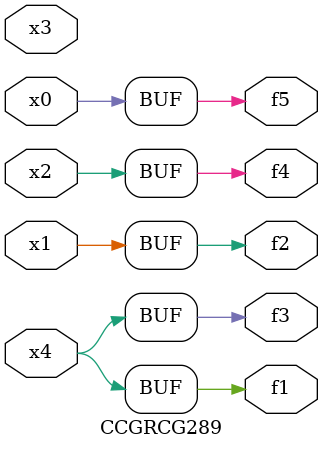
<source format=v>
module CCGRCG289(
	input x0, x1, x2, x3, x4,
	output f1, f2, f3, f4, f5
);
	assign f1 = x4;
	assign f2 = x1;
	assign f3 = x4;
	assign f4 = x2;
	assign f5 = x0;
endmodule

</source>
